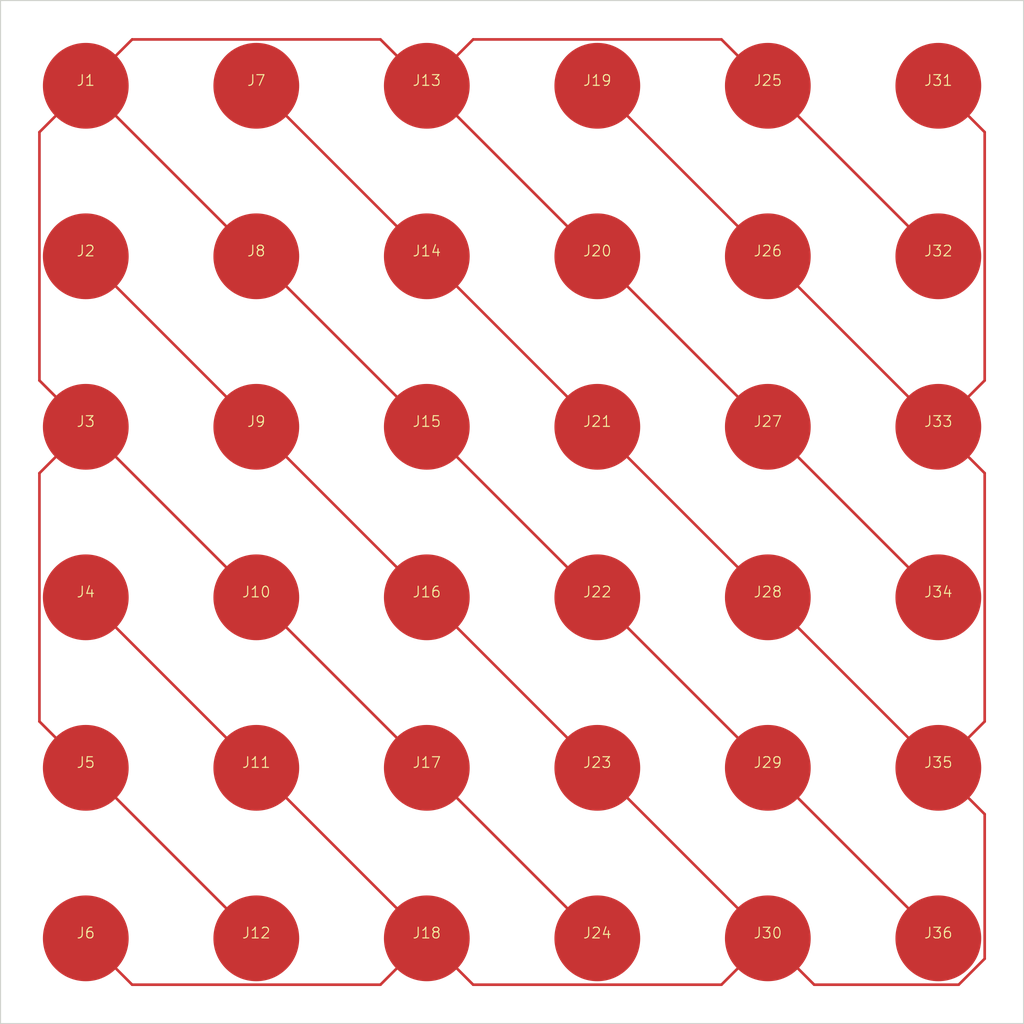
<source format=kicad_pcb>
(kicad_pcb (version 20221018) (generator pcbnew)
  (layers (0 "F.Cu" signal) (31 "B.Cu" signal) (34 "B.Paste" user) (35 "F.Paste" user) (36 "B.SilkS" user "B.Silkscreen") (37 "F.SilkS" user "F.Silkscreen") (38 "B.Mask" user) (39 "F.Mask" user) (44 "Edge.Cuts" user))
  (net 0 "")
  (net 1 "GND")
  (net 2 "VCC")
  (footprint "DigitalLogicFootprints:8mm-snap" (layer "F.Cu") (at 88 80)
    (fp_text reference "J3" (at 0 -0.5 unlocked) (layer "F.SilkS") (effects (font (thickness 0.1))))
    (fp_text value "~")
    (pad "1" smd circle locked (at 0 0) (size 8.05 8.05) (layers "F.Cu" "F.Paste" "F.Mask") (net 1 "GND"))
  )
  (footprint "DigitalLogicFootprints:8mm-snap" (layer "F.Cu") (at 168 80)
    (fp_text reference "J33" (at 0 -0.5 unlocked) (layer "F.SilkS") (effects (font (thickness 0.1))))
    (fp_text value "~")
    (pad "1" smd circle locked (at 0 0) (size 8.05 8.05) (layers "F.Cu" "F.Paste" "F.Mask") (net 2 "VCC"))
  )
  (footprint "DigitalLogicFootprints:8mm-snap" (layer "F.Cu") (at 120 48)
    (fp_text reference "J13" (at 0 -0.5 unlocked) (layer "F.SilkS") (effects (font (thickness 0.1))))
    (fp_text value "~")
    (pad "1" smd circle locked (at 0 0) (size 8.05 8.05) (layers "F.Cu" "F.Paste" "F.Mask") (net 1 "GND"))
  )
  (footprint "DigitalLogicFootprints:8mm-snap" (layer "F.Cu") (at 152 112)
    (fp_text reference "J29" (at 0 -0.5 unlocked) (layer "F.SilkS") (effects (font (thickness 0.1))))
    (fp_text value "~")
    (pad "1" smd circle locked (at 0 0) (size 8.05 8.05) (layers "F.Cu" "F.Paste" "F.Mask") (net 1 "GND"))
  )
  (footprint "DigitalLogicFootprints:8mm-snap" (layer "F.Cu") (at 152 80)
    (fp_text reference "J27" (at 0 -0.5 unlocked) (layer "F.SilkS") (effects (font (thickness 0.1))))
    (fp_text value "~")
    (pad "1" smd circle locked (at 0 0) (size 8.05 8.05) (layers "F.Cu" "F.Paste" "F.Mask") (net 1 "GND"))
  )
  (footprint "DigitalLogicFootprints:8mm-snap" (layer "F.Cu") (at 88 64)
    (fp_text reference "J2" (at 0 -0.5 unlocked) (layer "F.SilkS") (effects (font (thickness 0.1))))
    (fp_text value "~")
    (pad "1" smd circle locked (at 0 0) (size 8.05 8.05) (layers "F.Cu" "F.Paste" "F.Mask") (net 2 "VCC"))
  )
  (footprint "DigitalLogicFootprints:8mm-snap" (layer "F.Cu") (at 168 112)
    (fp_text reference "J35" (at 0 -0.5 unlocked) (layer "F.SilkS") (effects (font (thickness 0.1))))
    (fp_text value "~")
    (pad "1" smd circle locked (at 0 0) (size 8.05 8.05) (layers "F.Cu" "F.Paste" "F.Mask") (net 2 "VCC"))
  )
  (footprint "DigitalLogicFootprints:8mm-snap" (layer "F.Cu") (at 120 128)
    (fp_text reference "J18" (at 0 -0.5 unlocked) (layer "F.SilkS") (effects (font (thickness 0.1))))
    (fp_text value "~")
    (pad "1" smd circle locked (at 0 0) (size 8.05 8.05) (layers "F.Cu" "F.Paste" "F.Mask") (net 2 "VCC"))
  )
  (footprint "DigitalLogicFootprints:8mm-snap" (layer "F.Cu") (at 88 128)
    (fp_text reference "J6" (at 0 -0.5 unlocked) (layer "F.SilkS") (effects (font (thickness 0.1))))
    (fp_text value "~")
    (pad "1" smd circle locked (at 0 0) (size 8.05 8.05) (layers "F.Cu" "F.Paste" "F.Mask") (net 2 "VCC"))
  )
  (footprint "DigitalLogicFootprints:8mm-snap" (layer "F.Cu") (at 152 128)
    (fp_text reference "J30" (at 0 -0.5 unlocked) (layer "F.SilkS") (effects (font (thickness 0.1))))
    (fp_text value "~")
    (pad "1" smd circle locked (at 0 0) (size 8.05 8.05) (layers "F.Cu" "F.Paste" "F.Mask") (net 2 "VCC"))
  )
  (footprint "DigitalLogicFootprints:8mm-snap" (layer "F.Cu") (at 168 64)
    (fp_text reference "J32" (at 0 -0.5 unlocked) (layer "F.SilkS") (effects (font (thickness 0.1))))
    (fp_text value "~")
    (pad "1" smd circle locked (at 0 0) (size 8.05 8.05) (layers "F.Cu" "F.Paste" "F.Mask") (net 1 "GND"))
  )
  (footprint "DigitalLogicFootprints:8mm-snap" (layer "F.Cu") (at 152 64)
    (fp_text reference "J26" (at 0 -0.5 unlocked) (layer "F.SilkS") (effects (font (thickness 0.1))))
    (fp_text value "~")
    (pad "1" smd circle locked (at 0 0) (size 8.05 8.05) (layers "F.Cu" "F.Paste" "F.Mask") (net 2 "VCC"))
  )
  (footprint "DigitalLogicFootprints:8mm-snap" (layer "F.Cu") (at 136 96)
    (fp_text reference "J22" (at 0 -0.5 unlocked) (layer "F.SilkS") (effects (font (thickness 0.1))))
    (fp_text value "~")
    (pad "1" smd circle locked (at 0 0) (size 8.05 8.05) (layers "F.Cu" "F.Paste" "F.Mask") (net 1 "GND"))
  )
  (footprint "DigitalLogicFootprints:8mm-snap" (layer "F.Cu") (at 104 80)
    (fp_text reference "J9" (at 0 -0.5 unlocked) (layer "F.SilkS") (effects (font (thickness 0.1))))
    (fp_text value "~")
    (pad "1" smd circle locked (at 0 0) (size 8.05 8.05) (layers "F.Cu" "F.Paste" "F.Mask") (net 2 "VCC"))
  )
  (footprint "DigitalLogicFootprints:8mm-snap" (layer "F.Cu") (at 104 48)
    (fp_text reference "J7" (at 0 -0.5 unlocked) (layer "F.SilkS") (effects (font (thickness 0.1))))
    (fp_text value "~")
    (pad "1" smd circle locked (at 0 0) (size 8.05 8.05) (layers "F.Cu" "F.Paste" "F.Mask") (net 2 "VCC"))
  )
  (footprint "DigitalLogicFootprints:8mm-snap" (layer "F.Cu") (at 168 128)
    (fp_text reference "J36" (at 0 -0.5 unlocked) (layer "F.SilkS") (effects (font (thickness 0.1))))
    (fp_text value "~")
    (pad "1" smd circle locked (at 0 0) (size 8.05 8.05) (layers "F.Cu" "F.Paste" "F.Mask") (net 1 "GND"))
  )
  (footprint "DigitalLogicFootprints:8mm-snap" (layer "F.Cu") (at 168 48)
    (fp_text reference "J31" (at 0 -0.5 unlocked) (layer "F.SilkS") (effects (font (thickness 0.1))))
    (fp_text value "~")
    (pad "1" smd circle locked (at 0 0) (size 8.05 8.05) (layers "F.Cu" "F.Paste" "F.Mask") (net 2 "VCC"))
  )
  (footprint "DigitalLogicFootprints:8mm-snap" (layer "F.Cu") (at 136 80)
    (fp_text reference "J21" (at 0 -0.5 unlocked) (layer "F.SilkS") (effects (font (thickness 0.1))))
    (fp_text value "~")
    (pad "1" smd circle locked (at 0 0) (size 8.05 8.05) (layers "F.Cu" "F.Paste" "F.Mask") (net 2 "VCC"))
  )
  (footprint "DigitalLogicFootprints:8mm-snap" (layer "F.Cu") (at 168 96)
    (fp_text reference "J34" (at 0 -0.5 unlocked) (layer "F.SilkS") (effects (font (thickness 0.1))))
    (fp_text value "~")
    (pad "1" smd circle locked (at 0 0) (size 8.05 8.05) (layers "F.Cu" "F.Paste" "F.Mask") (net 1 "GND"))
  )
  (footprint "DigitalLogicFootprints:8mm-snap" (layer "F.Cu") (at 88 48)
    (fp_text reference "J1" (at 0 -0.5 unlocked) (layer "F.SilkS") (effects (font (thickness 0.1))))
    (fp_text value "~")
    (pad "1" smd circle locked (at 0 0) (size 8.05 8.05) (layers "F.Cu" "F.Paste" "F.Mask") (net 1 "GND"))
  )
  (footprint "DigitalLogicFootprints:8mm-snap" (layer "F.Cu") (at 120 80)
    (fp_text reference "J15" (at 0 -0.5 unlocked) (layer "F.SilkS") (effects (font (thickness 0.1))))
    (fp_text value "~")
    (pad "1" smd circle locked (at 0 0) (size 8.05 8.05) (layers "F.Cu" "F.Paste" "F.Mask") (net 1 "GND"))
  )
  (footprint "DigitalLogicFootprints:8mm-snap" (layer "F.Cu") (at 136 128)
    (fp_text reference "J24" (at 0 -0.5 unlocked) (layer "F.SilkS") (effects (font (thickness 0.1))))
    (fp_text value "~")
    (pad "1" smd circle locked (at 0 0) (size 8.05 8.05) (layers "F.Cu" "F.Paste" "F.Mask") (net 1 "GND"))
  )
  (footprint "DigitalLogicFootprints:8mm-snap" (layer "F.Cu") (at 104 96)
    (fp_text reference "J10" (at 0 -0.5 unlocked) (layer "F.SilkS") (effects (font (thickness 0.1))))
    (fp_text value "~")
    (pad "1" smd circle locked (at 0 0) (size 8.05 8.05) (layers "F.Cu" "F.Paste" "F.Mask") (net 1 "GND"))
  )
  (footprint "DigitalLogicFootprints:8mm-snap" (layer "F.Cu") (at 120 112)
    (fp_text reference "J17" (at 0 -0.5 unlocked) (layer "F.SilkS") (effects (font (thickness 0.1))))
    (fp_text value "~")
    (pad "1" smd circle locked (at 0 0) (size 8.05 8.05) (layers "F.Cu" "F.Paste" "F.Mask") (net 1 "GND"))
  )
  (footprint "DigitalLogicFootprints:8mm-snap" (layer "F.Cu") (at 104 64)
    (fp_text reference "J8" (at 0 -0.5 unlocked) (layer "F.SilkS") (effects (font (thickness 0.1))))
    (fp_text value "~")
    (pad "1" smd circle locked (at 0 0) (size 8.05 8.05) (layers "F.Cu" "F.Paste" "F.Mask") (net 1 "GND"))
  )
  (footprint "DigitalLogicFootprints:8mm-snap" (layer "F.Cu") (at 152 96)
    (fp_text reference "J28" (at 0 -0.5 unlocked) (layer "F.SilkS") (effects (font (thickness 0.1))))
    (fp_text value "~")
    (pad "1" smd circle locked (at 0 0) (size 8.05 8.05) (layers "F.Cu" "F.Paste" "F.Mask") (net 2 "VCC"))
  )
  (footprint "DigitalLogicFootprints:8mm-snap" (layer "F.Cu") (at 104 112)
    (fp_text reference "J11" (at 0 -0.5 unlocked) (layer "F.SilkS") (effects (font (thickness 0.1))))
    (fp_text value "~")
    (pad "1" smd circle locked (at 0 0) (size 8.05 8.05) (layers "F.Cu" "F.Paste" "F.Mask") (net 2 "VCC"))
  )
  (footprint "DigitalLogicFootprints:8mm-snap" (layer "F.Cu") (at 136 112)
    (fp_text reference "J23" (at 0 -0.5 unlocked) (layer "F.SilkS") (effects (font (thickness 0.1))))
    (fp_text value "~")
    (pad "1" smd circle locked (at 0 0) (size 8.05 8.05) (layers "F.Cu" "F.Paste" "F.Mask") (net 2 "VCC"))
  )
  (footprint "DigitalLogicFootprints:8mm-snap" (layer "F.Cu") (at 136 64)
    (fp_text reference "J20" (at 0 -0.5 unlocked) (layer "F.SilkS") (effects (font (thickness 0.1))))
    (fp_text value "~")
    (pad "1" smd circle locked (at 0 0) (size 8.05 8.05) (layers "F.Cu" "F.Paste" "F.Mask") (net 1 "GND"))
  )
  (footprint "DigitalLogicFootprints:8mm-snap" (layer "F.Cu") (at 136 48)
    (fp_text reference "J19" (at 0 -0.5 unlocked) (layer "F.SilkS") (effects (font (thickness 0.1))))
    (fp_text value "~")
    (pad "1" smd circle locked (at 0 0) (size 8.05 8.05) (layers "F.Cu" "F.Paste" "F.Mask") (net 2 "VCC"))
  )
  (footprint "DigitalLogicFootprints:8mm-snap" (layer "F.Cu") (at 104 128)
    (fp_text reference "J12" (at 0 -0.5 unlocked) (layer "F.SilkS") (effects (font (thickness 0.1))))
    (fp_text value "~")
    (pad "1" smd circle locked (at 0 0) (size 8.05 8.05) (layers "F.Cu" "F.Paste" "F.Mask") (net 1 "GND"))
  )
  (footprint "DigitalLogicFootprints:8mm-snap" (layer "F.Cu") (at 120 64)
    (fp_text reference "J14" (at 0 -0.5 unlocked) (layer "F.SilkS") (effects (font (thickness 0.1))))
    (fp_text value "~")
    (pad "1" smd circle locked (at 0 0) (size 8.05 8.05) (layers "F.Cu" "F.Paste" "F.Mask") (net 2 "VCC"))
  )
  (footprint "DigitalLogicFootprints:8mm-snap" (layer "F.Cu") (at 88 112)
    (fp_text reference "J5" (at 0 -0.5 unlocked) (layer "F.SilkS") (effects (font (thickness 0.1))))
    (fp_text value "~")
    (pad "1" smd circle locked (at 0 0) (size 8.05 8.05) (layers "F.Cu" "F.Paste" "F.Mask") (net 1 "GND"))
  )
  (footprint "DigitalLogicFootprints:8mm-snap" (layer "F.Cu") (at 88 96)
    (fp_text reference "J4" (at 0 -0.5 unlocked) (layer "F.SilkS") (effects (font (thickness 0.1))))
    (fp_text value "~")
    (pad "1" smd circle locked (at 0 0) (size 8.05 8.05) (layers "F.Cu" "F.Paste" "F.Mask") (net 2 "VCC"))
  )
  (footprint "DigitalLogicFootprints:8mm-snap" (layer "F.Cu") (at 152 48)
    (fp_text reference "J25" (at 0 -0.5 unlocked) (layer "F.SilkS") (effects (font (thickness 0.1))))
    (fp_text value "~")
    (pad "1" smd circle locked (at 0 0) (size 8.05 8.05) (layers "F.Cu" "F.Paste" "F.Mask") (net 1 "GND"))
  )
  (footprint "DigitalLogicFootprints:8mm-snap" (layer "F.Cu") (at 120 96)
    (fp_text reference "J16" (at 0 -0.5 unlocked) (layer "F.SilkS") (effects (font (thickness 0.1))))
    (fp_text value "~")
    (pad "1" smd circle locked (at 0 0) (size 8.05 8.05) (layers "F.Cu" "F.Paste" "F.Mask") (net 2 "VCC"))
  )
  (gr_rect (start 80 40) (end 176 136) (stroke (width 0.1)) (fill none) (layer "Edge.Cuts"))
  (segment (start 88 80) (end 83.65 84.35) (width 0.25) (layer "F.Cu") (net 1))
  (segment (start 147.65 43.65) (end 124.35 43.65) (width 0.25) (layer "F.Cu") (net 1))
  (segment (start 115.65 43.65) (end 92.35 43.65) (width 0.25) (layer "F.Cu") (net 1))
  (segment (start 152 48) (end 147.65 43.65) (width 0.25) (layer "F.Cu") (net 1))
  (segment (start 92.35 43.65) (end 88 48) (width 0.25) (layer "F.Cu") (net 1))
  (segment (start 136 64) (end 168 96) (width 0.25) (layer "F.Cu") (net 1))
  (segment (start 83.65 52.35) (end 83.65 75.65) (width 0.25) (layer "F.Cu") (net 1))
  (segment (start 152 48) (end 168 64) (width 0.25) (layer "F.Cu") (net 1))
  (segment (start 104 96) (end 136 128) (width 0.25) (layer "F.Cu") (net 1))
  (segment (start 88 112) (end 104 128) (width 0.25) (layer "F.Cu") (net 1))
  (segment (start 83.65 75.65) (end 88 80) (width 0.25) (layer "F.Cu") (net 1))
  (segment (start 104 64) (end 168 128) (width 0.25) (layer "F.Cu") (net 1))
  (segment (start 120 48) (end 136 64) (width 0.25) (layer "F.Cu") (net 1))
  (segment (start 120 48) (end 115.65 43.65) (width 0.25) (layer "F.Cu") (net 1))
  (segment (start 124.35 43.65) (end 120 48) (width 0.25) (layer "F.Cu") (net 1))
  (segment (start 88 80) (end 104 96) (width 0.25) (layer "F.Cu") (net 1))
  (segment (start 83.65 107.65) (end 88 112) (width 0.25) (layer "F.Cu") (net 1))
  (segment (start 88 48) (end 104 64) (width 0.25) (layer "F.Cu") (net 1))
  (segment (start 88 48) (end 83.65 52.35) (width 0.25) (layer "F.Cu") (net 1))
  (segment (start 83.65 84.35) (end 83.65 107.65) (width 0.25) (layer "F.Cu") (net 1))
  (segment (start 124.35 132.35) (end 147.65 132.35) (width 0.25) (layer "F.Cu") (net 2))
  (segment (start 172.35 84.35) (end 172.35 107.65) (width 0.25) (layer "F.Cu") (net 2))
  (segment (start 115.65 132.35) (end 120 128) (width 0.25) (layer "F.Cu") (net 2))
  (segment (start 88 64) (end 104 80) (width 0.25) (layer "F.Cu") (net 2))
  (segment (start 104 80) (end 120 96) (width 0.25) (layer "F.Cu") (net 2))
  (segment (start 168 80) (end 172.35 84.35) (width 0.25) (layer "F.Cu") (net 2))
  (segment (start 120 64) (end 168 112) (width 0.25) (layer "F.Cu") (net 2))
  (segment (start 104 112) (end 120 128) (width 0.25) (layer "F.Cu") (net 2))
  (segment (start 88 96) (end 104 112) (width 0.25) (layer "F.Cu") (net 2))
  (segment (start 168 48) (end 172.35 52.35) (width 0.25) (layer "F.Cu") (net 2))
  (segment (start 172.35 107.65) (end 168 112) (width 0.25) (layer "F.Cu") (net 2))
  (segment (start 136 48) (end 152 64) (width 0.25) (layer "F.Cu") (net 2))
  (segment (start 168 112) (end 172.35 116.35) (width 0.25) (layer "F.Cu") (net 2))
  (segment (start 120 96) (end 152 128) (width 0.25) (layer "F.Cu") (net 2))
  (segment (start 152 64) (end 168 80) (width 0.25) (layer "F.Cu") (net 2))
  (segment (start 147.65 132.35) (end 152 128) (width 0.25) (layer "F.Cu") (net 2))
  (segment (start 88 128) (end 92.35 132.35) (width 0.25) (layer "F.Cu") (net 2))
  (segment (start 172.35 116.35) (end 172.35 129.91) (width 0.25) (layer "F.Cu") (net 2))
  (segment (start 92.35 132.35) (end 115.65 132.35) (width 0.25) (layer "F.Cu") (net 2))
  (segment (start 169.91 132.35) (end 156.35 132.35) (width 0.25) (layer "F.Cu") (net 2))
  (segment (start 156.35 132.35) (end 152 128) (width 0.25) (layer "F.Cu") (net 2))
  (segment (start 172.35 129.91) (end 169.91 132.35) (width 0.25) (layer "F.Cu") (net 2))
  (segment (start 172.35 75.65) (end 168 80) (width 0.25) (layer "F.Cu") (net 2))
  (segment (start 120 128) (end 124.35 132.35) (width 0.25) (layer "F.Cu") (net 2))
  (segment (start 104 48) (end 120 64) (width 0.25) (layer "F.Cu") (net 2))
  (segment (start 172.35 52.35) (end 172.35 75.65) (width 0.25) (layer "F.Cu") (net 2))
)
</source>
